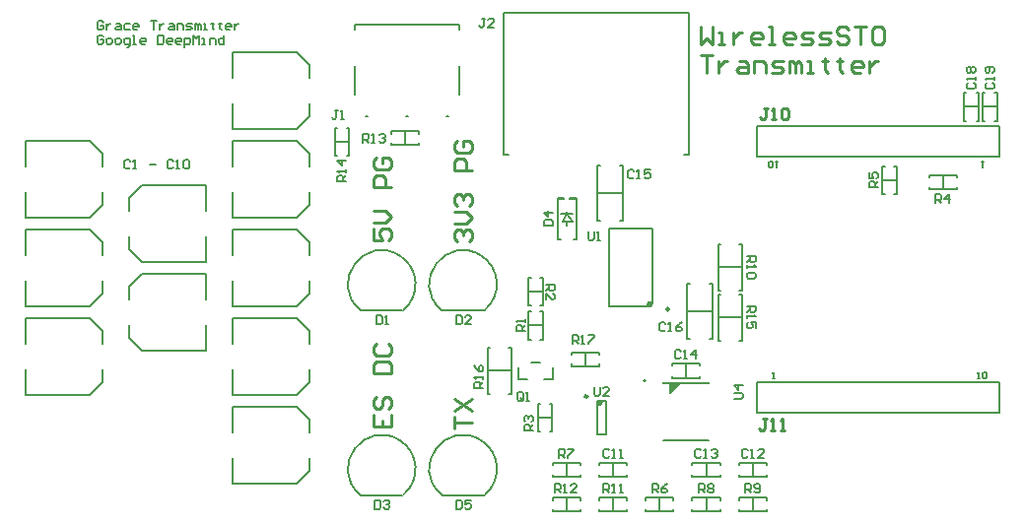
<source format=gto>
G04*
G04 #@! TF.GenerationSoftware,Altium Limited,Altium Designer,24.1.2 (44)*
G04*
G04 Layer_Color=65535*
%FSLAX44Y44*%
%MOMM*%
G71*
G04*
G04 #@! TF.SameCoordinates,9A0184B9-0745-4BA0-A63A-3E559F80E0CB*
G04*
G04*
G04 #@! TF.FilePolarity,Positive*
G04*
G01*
G75*
%ADD10C,0.2000*%
%ADD11C,0.2500*%
%ADD12C,0.1500*%
%ADD13C,0.2540*%
%ADD14C,0.1270*%
%ADD15C,0.1524*%
G36*
X508500Y109500D02*
X513500D01*
Y108000D01*
X510500Y105000D01*
X508500D01*
Y109500D01*
D02*
G37*
G36*
X565530Y123521D02*
X570496D01*
Y116000D01*
Y115695D01*
X570835Y115189D01*
X571397Y114956D01*
X571995Y115075D01*
X572210Y115290D01*
X572210D01*
X580440Y123521D01*
X604475D01*
X604675D01*
X605044Y123674D01*
X605326Y123956D01*
X605479Y124325D01*
Y124525D01*
Y124724D01*
X605326Y125093D01*
X605044Y125375D01*
X604675Y125528D01*
X604475D01*
D01*
X565530D01*
X565114D01*
X564526Y124940D01*
Y124109D01*
X565114Y123521D01*
X565530D01*
D01*
D02*
G37*
G36*
X554500Y191250D02*
X551500Y190500D01*
Y192000D01*
X554500Y195000D01*
X556500D01*
X554500Y191250D01*
D02*
G37*
D10*
X412265Y28522D02*
G03*
X408899Y75498I-18565J22278D01*
G01*
X410424Y74492D02*
G03*
X375265Y28414I-16724J-23692D01*
G01*
X556000Y195000D02*
G03*
X551500Y190500I0J-4500D01*
G01*
X340574Y233242D02*
G03*
X305415Y187164I-16724J-23692D01*
G01*
X342415Y187272D02*
G03*
X339049Y234248I-18565J22278D01*
G01*
X509000Y105000D02*
G03*
X513500Y109500I0J4500D01*
G01*
X550500Y126500D02*
G03*
X550500Y126500I-1000J0D01*
G01*
X412265Y187272D02*
G03*
X408899Y234248I-18565J22278D01*
G01*
X410424Y233242D02*
G03*
X375265Y187164I-16724J-23692D01*
G01*
X342415Y28522D02*
G03*
X339049Y75498I-18565J22278D01*
G01*
X340574Y74492D02*
G03*
X305415Y28414I-16724J-23692D01*
G01*
X646000Y98750D02*
Y125250D01*
Y98750D02*
X854000D01*
Y125250D01*
X646000D02*
X854000D01*
X854000Y318750D02*
Y345250D01*
X646000D02*
X854000D01*
X646000Y318750D02*
Y345250D01*
Y318750D02*
X854000D01*
X300900Y372750D02*
Y397250D01*
X390100Y372750D02*
Y397250D01*
X300700Y432650D02*
X390100D01*
Y428750D02*
Y432650D01*
X300700Y428750D02*
Y432650D01*
X344400Y353650D02*
X345400D01*
X346400D01*
X310100Y353650D02*
X310750D01*
X311500D01*
X380050D02*
X380800D01*
X379400D02*
X380050D01*
X441500Y128000D02*
X448750D01*
X441500D02*
Y138000D01*
X463250Y128000D02*
X470500D01*
Y138000D01*
X452250Y142000D02*
X459750D01*
X375920Y27940D02*
X411480D01*
X519500Y190500D02*
X554250D01*
X556500Y192750D01*
Y257500D01*
X556000Y195000D02*
X556500D01*
X519500Y257500D02*
X556500D01*
X519500Y190500D02*
Y257500D01*
X483000Y260000D02*
Y263000D01*
Y270000D02*
Y272000D01*
X479000Y263000D02*
X488000D01*
X483000Y270000D02*
X488000Y263000D01*
X479000D02*
X483000Y270000D01*
X478000D02*
X488000D01*
X306070Y186690D02*
X341630D01*
X508500Y105000D02*
X509000D01*
X516500Y80500D02*
Y109500D01*
X508500Y80500D02*
Y109500D01*
Y80500D02*
X516500D01*
X508500Y109500D02*
X516500D01*
X571500Y116000D02*
Y124500D01*
Y116000D02*
X580000Y124500D01*
X565530Y124525D02*
X604475D01*
X565525Y75475D02*
X604470D01*
X375920Y186690D02*
X411480D01*
X306070Y27940D02*
X341630D01*
X428300Y320906D02*
Y442481D01*
X587700D01*
Y320906D02*
Y442481D01*
X428300Y320906D02*
X432500D01*
X583499D02*
X587700D01*
X250600Y38200D02*
X261600Y49200D01*
Y60200D01*
X195600Y38200D02*
X250600D01*
X195600D02*
Y60200D01*
X250600Y104200D02*
X261600Y93200D01*
Y82200D02*
Y93200D01*
X195600Y104200D02*
X250600D01*
X195600Y82200D02*
Y104200D01*
X250600Y114400D02*
X261600Y125400D01*
Y136400D01*
X195600Y114400D02*
X250600D01*
X195600D02*
Y136400D01*
X250600Y180400D02*
X261600Y169400D01*
Y158400D02*
Y169400D01*
X195600Y180400D02*
X250600D01*
X195600Y158400D02*
Y180400D01*
X250600Y190600D02*
X261600Y201600D01*
Y212600D01*
X195600Y190600D02*
X250600D01*
X195600D02*
Y212600D01*
X250600Y256600D02*
X261600Y245600D01*
Y234600D02*
Y245600D01*
X195600Y256600D02*
X250600D01*
X195600Y234600D02*
Y256600D01*
X250600Y266800D02*
X261600Y277800D01*
Y288800D01*
X195600Y266800D02*
X250600D01*
X195600D02*
Y288800D01*
X250600Y332800D02*
X261600Y321800D01*
Y310800D02*
Y321800D01*
X195600Y332800D02*
X250600D01*
X195600Y310800D02*
Y332800D01*
X251000Y343000D02*
X262000Y354000D01*
Y365000D01*
X196000Y343000D02*
X251000D01*
X196000D02*
Y365000D01*
X251000Y409000D02*
X262000Y398000D01*
Y387000D02*
Y398000D01*
X196000Y409000D02*
X251000D01*
X196000Y387000D02*
Y409000D01*
X106700Y207500D02*
X117700Y218500D01*
X106700Y196500D02*
Y207500D01*
X117700Y218500D02*
X172700D01*
Y196500D02*
Y218500D01*
X106700Y163500D02*
X117700Y152500D01*
X106700Y163500D02*
Y174500D01*
X117700Y152500D02*
X172700D01*
Y174500D01*
X106700Y283700D02*
X117700Y294700D01*
X106700Y272700D02*
Y283700D01*
X117700Y294700D02*
X172700D01*
Y272700D02*
Y294700D01*
X106700Y239700D02*
X117700Y228700D01*
X106700Y239700D02*
Y250700D01*
X117700Y228700D02*
X172700D01*
Y250700D01*
X72800Y114400D02*
X83800Y125400D01*
Y136400D01*
X17800Y114400D02*
X72800D01*
X17800D02*
Y136400D01*
X72800Y180400D02*
X83800Y169400D01*
Y158400D02*
Y169400D01*
X17800Y180400D02*
X72800D01*
X17800Y158400D02*
Y180400D01*
X73200Y266800D02*
X84200Y277800D01*
Y288800D01*
X18200Y266800D02*
X73200D01*
X18200D02*
Y288800D01*
X73200Y332800D02*
X84200Y321800D01*
Y310800D02*
Y321800D01*
X18200Y332800D02*
X73200D01*
X18200Y310800D02*
Y332800D01*
X73200Y190600D02*
X84200Y201600D01*
Y212600D01*
X18200Y190600D02*
X73200D01*
X18200D02*
Y212600D01*
X73200Y256600D02*
X84200Y245600D01*
Y234600D02*
Y245600D01*
X18200Y256600D02*
X73200D01*
X18200Y234600D02*
Y256600D01*
D11*
X570750Y188000D02*
G03*
X570750Y188000I-1250J0D01*
G01*
X500650Y113100D02*
G03*
X500650Y113100I-1250J0D01*
G01*
D12*
X585750Y186500D02*
X608250D01*
X585750Y162750D02*
X588250D01*
X585750D02*
Y210250D01*
X588250D01*
X605750D02*
X608250D01*
Y162750D02*
Y210250D01*
X605750Y162750D02*
X608250D01*
X613000Y181000D02*
X633000D01*
X631000Y161000D02*
X633000D01*
Y201000D01*
X631000D02*
X633000D01*
X613000D02*
X615000D01*
X613000Y161000D02*
Y201000D01*
Y161000D02*
X615000D01*
X508750Y288000D02*
X531250D01*
X528750Y311750D02*
X531250D01*
Y264250D02*
Y311750D01*
X528750Y264250D02*
X531250D01*
X508750D02*
X511250D01*
X508750D02*
Y311750D01*
X511250D01*
X839750Y362000D02*
X852250D01*
X850500Y374000D02*
X852250D01*
Y350000D02*
Y374000D01*
X850500Y350000D02*
X852250D01*
X839750D02*
X841500D01*
X839750D02*
Y374000D01*
X841500D01*
X823750Y362000D02*
X836250D01*
X834500Y374000D02*
X836250D01*
Y350000D02*
Y374000D01*
X834500Y350000D02*
X836250D01*
X823750D02*
X825500D01*
X823750D02*
Y374000D01*
X825500D01*
X415000Y135000D02*
X435000D01*
X433000Y115000D02*
X435000D01*
Y155000D01*
X433000D02*
X435000D01*
X415000D02*
X417000D01*
X415000Y115000D02*
Y155000D01*
Y115000D02*
X417000D01*
X499000Y139000D02*
Y151000D01*
X511000Y149000D02*
Y151000D01*
X487000D02*
X511000D01*
X487000Y149000D02*
Y151000D01*
Y139000D02*
Y141000D01*
Y139000D02*
X511000D01*
Y141000D01*
X613000Y224000D02*
X633000D01*
X631000Y204000D02*
X633000D01*
Y244000D01*
X631000D02*
X633000D01*
X613000D02*
X615000D01*
X613000Y204000D02*
Y244000D01*
Y204000D02*
X615000D01*
X475000Y283780D02*
X480460D01*
Y282510D02*
Y283780D01*
X476270Y282510D02*
X480460D01*
X475000Y248220D02*
X477750D01*
X475000D02*
Y283780D01*
X476270Y282510D01*
X485540Y283780D02*
X491000D01*
X485540Y282510D02*
Y283780D01*
Y282510D02*
X489730D01*
X488250Y248220D02*
X491000D01*
Y283780D01*
X489730Y282510D02*
X491000Y283780D01*
X283560Y331820D02*
X295560D01*
X293560Y319820D02*
X295560D01*
Y343820D01*
X293560D02*
X295560D01*
X283560D02*
X285560D01*
X283560Y319820D02*
Y343820D01*
Y319820D02*
X285560D01*
X344000Y329000D02*
Y341000D01*
X332000Y329000D02*
Y331000D01*
Y329000D02*
X356000D01*
Y331000D01*
Y339000D02*
Y341000D01*
X332000D02*
X356000D01*
X332000Y339000D02*
Y341000D01*
X573000Y128750D02*
Y130500D01*
Y128750D02*
X597000D01*
Y130500D01*
Y139500D02*
Y141250D01*
X573000D02*
X597000D01*
X573000Y139500D02*
Y141250D01*
X585000Y128750D02*
Y141250D01*
X590500Y43750D02*
Y45500D01*
Y43750D02*
X614500D01*
Y45500D01*
Y54500D02*
Y56250D01*
X590500D02*
X614500D01*
X590500Y54500D02*
Y56250D01*
X602500Y43750D02*
Y56250D01*
X642500Y14000D02*
Y26000D01*
X654500Y24000D02*
Y26000D01*
X630500D02*
X654500D01*
X630500Y24000D02*
Y26000D01*
Y14000D02*
Y16000D01*
Y14000D02*
X654500D01*
Y16000D01*
X630500Y43750D02*
Y45500D01*
Y43750D02*
X654500D01*
Y45500D01*
Y54500D02*
Y56250D01*
X630500D02*
X654500D01*
X630500Y54500D02*
Y56250D01*
X642500Y43750D02*
Y56250D01*
X764000Y311000D02*
X766000D01*
Y287000D02*
Y311000D01*
X764000Y287000D02*
X766000D01*
X754000D02*
X756000D01*
X754000D02*
Y311000D01*
X756000D01*
X754000Y299000D02*
X766000D01*
X794000Y301000D02*
Y303000D01*
X818000D01*
Y301000D02*
Y303000D01*
Y291000D02*
Y293000D01*
X794000Y291000D02*
X818000D01*
X794000D02*
Y293000D01*
X806000Y291000D02*
Y303000D01*
X522500Y14000D02*
Y26000D01*
X534500Y24000D02*
Y26000D01*
X510500D02*
X534500D01*
X510500Y24000D02*
Y26000D01*
Y14000D02*
Y16000D01*
Y14000D02*
X534500D01*
Y16000D01*
X482500Y44000D02*
Y56000D01*
X494500Y54000D02*
Y56000D01*
X470500D02*
X494500D01*
X470500Y54000D02*
Y56000D01*
Y44000D02*
Y46000D01*
Y44000D02*
X494500D01*
Y46000D01*
X482500Y14000D02*
Y26000D01*
X494500Y24000D02*
Y26000D01*
X470500D02*
X494500D01*
X470500Y24000D02*
Y26000D01*
Y14000D02*
Y16000D01*
Y14000D02*
X494500D01*
Y16000D01*
X534500Y54500D02*
Y56250D01*
X510500D02*
X534500D01*
X510500Y54500D02*
Y56250D01*
Y43750D02*
Y45500D01*
Y43750D02*
X534500D01*
Y45500D01*
X522500Y43750D02*
Y56250D01*
X590500Y24000D02*
Y26000D01*
X614500D01*
Y24000D02*
Y26000D01*
Y14000D02*
Y16000D01*
X590500Y14000D02*
X614500D01*
X590500D02*
Y16000D01*
X602500Y14000D02*
Y26000D01*
X574500Y14000D02*
Y16000D01*
X550500Y14000D02*
X574500D01*
X550500D02*
Y16000D01*
Y24000D02*
Y26000D01*
X574500D01*
Y24000D02*
Y26000D01*
X562500Y14000D02*
Y26000D01*
X460000Y215000D02*
X462000D01*
Y191000D02*
Y215000D01*
X460000Y191000D02*
X462000D01*
X450000D02*
X452000D01*
X450000D02*
Y215000D01*
X452000D01*
X450000Y203000D02*
X462000D01*
X460000Y186000D02*
X462000D01*
Y162000D02*
Y186000D01*
X460000Y162000D02*
X462000D01*
X450000D02*
X452000D01*
X450000D02*
Y186000D01*
X452000D01*
X450000Y174000D02*
X462000D01*
X458000Y83000D02*
X460000D01*
X458000D02*
Y107000D01*
X460000D01*
X468000D02*
X470000D01*
Y83000D02*
Y107000D01*
X468000Y83000D02*
X470000D01*
X458000Y95000D02*
X470000D01*
D13*
X597540Y430807D02*
Y415572D01*
X602618Y420650D01*
X607697Y415572D01*
Y430807D01*
X612775Y415572D02*
X617853D01*
X615314D01*
Y425728D01*
X612775D01*
X625471D02*
Y415572D01*
Y420650D01*
X628010Y423189D01*
X630549Y425728D01*
X633088D01*
X648324Y415572D02*
X643245D01*
X640706Y418111D01*
Y423189D01*
X643245Y425728D01*
X648324D01*
X650863Y423189D01*
Y420650D01*
X640706D01*
X655941Y415572D02*
X661020D01*
X658480D01*
Y430807D01*
X655941D01*
X676255Y415572D02*
X671176D01*
X668637Y418111D01*
Y423189D01*
X671176Y425728D01*
X676255D01*
X678794Y423189D01*
Y420650D01*
X668637D01*
X683872Y415572D02*
X691490D01*
X694029Y418111D01*
X691490Y420650D01*
X686411D01*
X683872Y423189D01*
X686411Y425728D01*
X694029D01*
X699107Y415572D02*
X706725D01*
X709264Y418111D01*
X706725Y420650D01*
X701646D01*
X699107Y423189D01*
X701646Y425728D01*
X709264D01*
X724499Y428267D02*
X721960Y430807D01*
X716881D01*
X714342Y428267D01*
Y425728D01*
X716881Y423189D01*
X721960D01*
X724499Y420650D01*
Y418111D01*
X721960Y415572D01*
X716881D01*
X714342Y418111D01*
X729577Y430807D02*
X739734D01*
X734656D01*
Y415572D01*
X752430Y430807D02*
X747352D01*
X744812Y428267D01*
Y418111D01*
X747352Y415572D01*
X752430D01*
X754969Y418111D01*
Y428267D01*
X752430Y430807D01*
X597540Y406428D02*
X607697D01*
X602618D01*
Y391193D01*
X612775Y401350D02*
Y391193D01*
Y396272D01*
X615314Y398811D01*
X617853Y401350D01*
X620393D01*
X630549D02*
X635628D01*
X638167Y398811D01*
Y391193D01*
X630549D01*
X628010Y393733D01*
X630549Y396272D01*
X638167D01*
X643245Y391193D02*
Y401350D01*
X650863D01*
X653402Y398811D01*
Y391193D01*
X658480D02*
X666098D01*
X668637Y393733D01*
X666098Y396272D01*
X661020D01*
X658480Y398811D01*
X661020Y401350D01*
X668637D01*
X673715Y391193D02*
Y401350D01*
X676255D01*
X678794Y398811D01*
Y391193D01*
Y398811D01*
X681333Y401350D01*
X683872Y398811D01*
Y391193D01*
X688950D02*
X694029D01*
X691490D01*
Y401350D01*
X688950D01*
X704185Y403889D02*
Y401350D01*
X701646D01*
X706725D01*
X704185D01*
Y393733D01*
X706725Y391193D01*
X716881Y403889D02*
Y401350D01*
X714342D01*
X719421D01*
X716881D01*
Y393733D01*
X719421Y391193D01*
X734656D02*
X729577D01*
X727038Y393733D01*
Y398811D01*
X729577Y401350D01*
X734656D01*
X737195Y398811D01*
Y396272D01*
X727038D01*
X742273Y401350D02*
Y391193D01*
Y396272D01*
X744812Y398811D01*
X747352Y401350D01*
X749891D01*
X316383Y97697D02*
Y87540D01*
X331618D01*
Y97697D01*
X324000Y87540D02*
Y92618D01*
X318922Y112932D02*
X316383Y110393D01*
Y105314D01*
X318922Y102775D01*
X321461D01*
X324000Y105314D01*
Y110393D01*
X326539Y112932D01*
X329078D01*
X331618Y110393D01*
Y105314D01*
X329078Y102775D01*
X316383Y133245D02*
X331618D01*
Y140863D01*
X329078Y143402D01*
X318922D01*
X316383Y140863D01*
Y133245D01*
X318922Y158637D02*
X316383Y156098D01*
Y151019D01*
X318922Y148480D01*
X329078D01*
X331618Y151019D01*
Y156098D01*
X329078Y158637D01*
X386082Y85090D02*
Y95247D01*
Y90168D01*
X401317D01*
X386082Y100325D02*
X401317Y110482D01*
X386082D02*
X401317Y100325D01*
X388922Y246540D02*
X386382Y249079D01*
Y254158D01*
X388922Y256697D01*
X391461D01*
X394000Y254158D01*
Y251618D01*
Y254158D01*
X396539Y256697D01*
X399078D01*
X401618Y254158D01*
Y249079D01*
X399078Y246540D01*
X386382Y261775D02*
X396539D01*
X401618Y266853D01*
X396539Y271932D01*
X386382D01*
X388922Y277010D02*
X386382Y279549D01*
Y284628D01*
X388922Y287167D01*
X391461D01*
X394000Y284628D01*
Y282089D01*
Y284628D01*
X396539Y287167D01*
X399078D01*
X401618Y284628D01*
Y279549D01*
X399078Y277010D01*
X401618Y307480D02*
X386382D01*
Y315098D01*
X388922Y317637D01*
X394000D01*
X396539Y315098D01*
Y307480D01*
X388922Y332872D02*
X386382Y330333D01*
Y325255D01*
X388922Y322715D01*
X399078D01*
X401618Y325255D01*
Y330333D01*
X399078Y332872D01*
X394000D01*
Y327794D01*
X316383Y257697D02*
Y247540D01*
X324000D01*
X321461Y252618D01*
Y255158D01*
X324000Y257697D01*
X329078D01*
X331618Y255158D01*
Y250079D01*
X329078Y247540D01*
X316383Y262775D02*
X326539D01*
X331618Y267853D01*
X326539Y272932D01*
X316383D01*
X331618Y293245D02*
X316383D01*
Y300863D01*
X318922Y303402D01*
X324000D01*
X326539Y300863D01*
Y293245D01*
X318922Y318637D02*
X316383Y316098D01*
Y311019D01*
X318922Y308480D01*
X329078D01*
X331618Y311019D01*
Y316098D01*
X329078Y318637D01*
X324000D01*
Y313559D01*
X654835Y93998D02*
X651502D01*
X653169D01*
Y85668D01*
X651502Y84002D01*
X649836D01*
X648170Y85668D01*
X658167Y84002D02*
X661499D01*
X659833D01*
Y93998D01*
X658167Y92332D01*
X666498Y84002D02*
X669830D01*
X668164D01*
Y93998D01*
X666498Y92332D01*
X655169Y360998D02*
X651836D01*
X653502D01*
Y352668D01*
X651836Y351002D01*
X650170D01*
X648504Y352668D01*
X658501Y351002D02*
X661833D01*
X660167D01*
Y360998D01*
X658501Y359332D01*
X666832D02*
X668498Y360998D01*
X671830D01*
X673496Y359332D01*
Y352668D01*
X671830Y351002D01*
X668498D01*
X666832Y352668D01*
Y359332D01*
D14*
X84348Y434460D02*
X83079Y435730D01*
X80540D01*
X79270Y434460D01*
Y429382D01*
X80540Y428112D01*
X83079D01*
X84348Y429382D01*
Y431921D01*
X81809D01*
X86888Y433191D02*
Y428112D01*
Y430652D01*
X88157Y431921D01*
X89427Y433191D01*
X90696D01*
X95775D02*
X98314D01*
X99583Y431921D01*
Y428112D01*
X95775D01*
X94505Y429382D01*
X95775Y430652D01*
X99583D01*
X107201Y433191D02*
X103392D01*
X102123Y431921D01*
Y429382D01*
X103392Y428112D01*
X107201D01*
X113549D02*
X111010D01*
X109740Y429382D01*
Y431921D01*
X111010Y433191D01*
X113549D01*
X114818Y431921D01*
Y430652D01*
X109740D01*
X124975Y435730D02*
X130054D01*
X127514D01*
Y428112D01*
X132593Y433191D02*
Y428112D01*
Y430652D01*
X133862Y431921D01*
X135132Y433191D01*
X136402D01*
X141480D02*
X144019D01*
X145289Y431921D01*
Y428112D01*
X141480D01*
X140210Y429382D01*
X141480Y430652D01*
X145289D01*
X147828Y428112D02*
Y433191D01*
X151637D01*
X152906Y431921D01*
Y428112D01*
X155445D02*
X159254D01*
X160524Y429382D01*
X159254Y430652D01*
X156715D01*
X155445Y431921D01*
X156715Y433191D01*
X160524D01*
X163063Y428112D02*
Y433191D01*
X164333D01*
X165602Y431921D01*
Y428112D01*
Y431921D01*
X166872Y433191D01*
X168141Y431921D01*
Y428112D01*
X170680D02*
X173220D01*
X171950D01*
Y433191D01*
X170680D01*
X178298Y434460D02*
Y433191D01*
X177028D01*
X179568D01*
X178298D01*
Y429382D01*
X179568Y428112D01*
X184646Y434460D02*
Y433191D01*
X183376D01*
X185916D01*
X184646D01*
Y429382D01*
X185916Y428112D01*
X193533D02*
X190994D01*
X189724Y429382D01*
Y431921D01*
X190994Y433191D01*
X193533D01*
X194803Y431921D01*
Y430652D01*
X189724D01*
X197342Y433191D02*
Y428112D01*
Y430652D01*
X198611Y431921D01*
X199881Y433191D01*
X201151D01*
X84348Y422271D02*
X83079Y423541D01*
X80540D01*
X79270Y422271D01*
Y417193D01*
X80540Y415923D01*
X83079D01*
X84348Y417193D01*
Y419732D01*
X81809D01*
X88157Y415923D02*
X90696D01*
X91966Y417193D01*
Y419732D01*
X90696Y421002D01*
X88157D01*
X86888Y419732D01*
Y417193D01*
X88157Y415923D01*
X95775D02*
X98314D01*
X99583Y417193D01*
Y419732D01*
X98314Y421002D01*
X95775D01*
X94505Y419732D01*
Y417193D01*
X95775Y415923D01*
X104662Y413384D02*
X105931D01*
X107201Y414654D01*
Y421002D01*
X103392D01*
X102123Y419732D01*
Y417193D01*
X103392Y415923D01*
X107201D01*
X109740D02*
X112279D01*
X111010D01*
Y423541D01*
X109740D01*
X119897Y415923D02*
X117358D01*
X116088Y417193D01*
Y419732D01*
X117358Y421002D01*
X119897D01*
X121166Y419732D01*
Y418463D01*
X116088D01*
X131323Y423541D02*
Y415923D01*
X135132D01*
X136402Y417193D01*
Y422271D01*
X135132Y423541D01*
X131323D01*
X142750Y415923D02*
X140210D01*
X138941Y417193D01*
Y419732D01*
X140210Y421002D01*
X142750D01*
X144019Y419732D01*
Y418463D01*
X138941D01*
X150367Y415923D02*
X147828D01*
X146558Y417193D01*
Y419732D01*
X147828Y421002D01*
X150367D01*
X151637Y419732D01*
Y418463D01*
X146558D01*
X154176Y413384D02*
Y421002D01*
X157985D01*
X159254Y419732D01*
Y417193D01*
X157985Y415923D01*
X154176D01*
X161793D02*
Y423541D01*
X164333Y421002D01*
X166872Y423541D01*
Y415923D01*
X169411D02*
X171950D01*
X170680D01*
Y421002D01*
X169411D01*
X175759Y415923D02*
Y421002D01*
X179568D01*
X180837Y419732D01*
Y415923D01*
X188455Y423541D02*
Y415923D01*
X184646D01*
X183376Y417193D01*
Y419732D01*
X184646Y421002D01*
X188455D01*
X107948Y314960D02*
X106679Y316230D01*
X104140D01*
X102870Y314960D01*
Y309882D01*
X104140Y308612D01*
X106679D01*
X107948Y309882D01*
X110487Y308612D02*
X113027D01*
X111757D01*
Y316230D01*
X110487Y314960D01*
X124453Y312421D02*
X129531D01*
X144766Y314960D02*
X143497Y316230D01*
X140958D01*
X139688Y314960D01*
Y309882D01*
X140958Y308612D01*
X143497D01*
X144766Y309882D01*
X147306Y308612D02*
X149845D01*
X148575D01*
Y316230D01*
X147306Y314960D01*
X153654D02*
X154923Y316230D01*
X157462D01*
X158732Y314960D01*
Y309882D01*
X157462Y308612D01*
X154923D01*
X153654Y309882D01*
Y314960D01*
X487426Y157988D02*
Y165606D01*
X491235D01*
X492504Y164336D01*
Y161797D01*
X491235Y160527D01*
X487426D01*
X489965D02*
X492504Y157988D01*
X495043D02*
X497583D01*
X496313D01*
Y165606D01*
X495043Y164336D01*
X501391Y165606D02*
X506470D01*
Y164336D01*
X501391Y159258D01*
Y157988D01*
X410809Y120478D02*
X403191D01*
Y124287D01*
X404461Y125556D01*
X407000D01*
X408270Y124287D01*
Y120478D01*
Y123017D02*
X410809Y125556D01*
Y128096D02*
Y130635D01*
Y129365D01*
X403191D01*
X404461Y128096D01*
X403191Y139522D02*
X404461Y136983D01*
X407000Y134444D01*
X409539D01*
X410809Y135713D01*
Y138252D01*
X409539Y139522D01*
X408270D01*
X407000Y138252D01*
Y134444D01*
X637191Y190522D02*
X644809D01*
Y186713D01*
X643539Y185443D01*
X641000D01*
X639730Y186713D01*
Y190522D01*
Y187983D02*
X637191Y185443D01*
Y182904D02*
Y180365D01*
Y181635D01*
X644809D01*
X643539Y182904D01*
X644809Y171478D02*
Y176556D01*
X641000D01*
X642270Y174017D01*
Y172748D01*
X641000Y171478D01*
X638461D01*
X637191Y172748D01*
Y175287D01*
X638461Y176556D01*
X445000Y110461D02*
Y115539D01*
X443730Y116809D01*
X441191D01*
X439922Y115539D01*
Y110461D01*
X441191Y109191D01*
X443730D01*
X442461Y111730D02*
X445000Y109191D01*
X443730D02*
X445000Y110461D01*
X447539Y109191D02*
X450078D01*
X448809D01*
Y116809D01*
X447539Y115539D01*
X387652Y23809D02*
Y16191D01*
X391461D01*
X392730Y17461D01*
Y22539D01*
X391461Y23809D01*
X387652D01*
X400348D02*
X395270D01*
Y20000D01*
X397809Y21270D01*
X399078D01*
X400348Y20000D01*
Y17461D01*
X399078Y16191D01*
X396539D01*
X395270Y17461D01*
X843461Y382556D02*
X842191Y381287D01*
Y378748D01*
X843461Y377478D01*
X848539D01*
X849809Y378748D01*
Y381287D01*
X848539Y382556D01*
X849809Y385096D02*
Y387635D01*
Y386365D01*
X842191D01*
X843461Y385096D01*
X848539Y391444D02*
X849809Y392713D01*
Y395252D01*
X848539Y396522D01*
X843461D01*
X842191Y395252D01*
Y392713D01*
X843461Y391444D01*
X844730D01*
X846000Y392713D01*
Y396522D01*
X827461Y382556D02*
X826191Y381287D01*
Y378748D01*
X827461Y377478D01*
X832539D01*
X833809Y378748D01*
Y381287D01*
X832539Y382556D01*
X833809Y385096D02*
Y387635D01*
Y386365D01*
X826191D01*
X827461Y385096D01*
Y391444D02*
X826191Y392713D01*
Y395252D01*
X827461Y396522D01*
X828730D01*
X830000Y395252D01*
X831270Y396522D01*
X832539D01*
X833809Y395252D01*
Y392713D01*
X832539Y391444D01*
X831270D01*
X830000Y392713D01*
X828730Y391444D01*
X827461D01*
X830000Y392713D02*
Y395252D01*
X567556Y175539D02*
X566287Y176809D01*
X563748D01*
X562478Y175539D01*
Y170461D01*
X563748Y169191D01*
X566287D01*
X567556Y170461D01*
X570096Y169191D02*
X572635D01*
X571365D01*
Y176809D01*
X570096Y175539D01*
X581522Y176809D02*
X578983Y175539D01*
X576444Y173000D01*
Y170461D01*
X577713Y169191D01*
X580252D01*
X581522Y170461D01*
Y171730D01*
X580252Y173000D01*
X576444D01*
X540556Y306539D02*
X539287Y307809D01*
X536748D01*
X535478Y306539D01*
Y301461D01*
X536748Y300191D01*
X539287D01*
X540556Y301461D01*
X543096Y300191D02*
X545635D01*
X544365D01*
Y307809D01*
X543096Y306539D01*
X554522Y307809D02*
X549444D01*
Y304000D01*
X551983Y305270D01*
X553252D01*
X554522Y304000D01*
Y301461D01*
X553252Y300191D01*
X550713D01*
X549444Y301461D01*
X293369Y297818D02*
X285751D01*
Y301627D01*
X287021Y302896D01*
X289560D01*
X290830Y301627D01*
Y297818D01*
Y300357D02*
X293369Y302896D01*
Y305436D02*
Y307975D01*
Y306705D01*
X285751D01*
X287021Y305436D01*
X293369Y315592D02*
X285751D01*
X289560Y311784D01*
Y316862D01*
X307458Y331191D02*
Y338809D01*
X311267D01*
X312537Y337539D01*
Y335000D01*
X311267Y333730D01*
X307458D01*
X309997D02*
X312537Y331191D01*
X315076D02*
X317615D01*
X316345D01*
Y338809D01*
X315076Y337539D01*
X321424D02*
X322693Y338809D01*
X325232D01*
X326502Y337539D01*
Y336270D01*
X325232Y335000D01*
X323963D01*
X325232D01*
X326502Y333730D01*
Y332461D01*
X325232Y331191D01*
X322693D01*
X321424Y332461D01*
X500922Y254809D02*
Y248461D01*
X502191Y247191D01*
X504730D01*
X506000Y248461D01*
Y254809D01*
X508539Y247191D02*
X511078D01*
X509809D01*
Y254809D01*
X508539Y253539D01*
X463191Y259652D02*
X470809D01*
Y263461D01*
X469539Y264730D01*
X464461D01*
X463191Y263461D01*
Y259652D01*
X470809Y271078D02*
X463191D01*
X467000Y267270D01*
Y272348D01*
X317652Y23809D02*
Y16191D01*
X321461D01*
X322730Y17461D01*
Y22539D01*
X321461Y23809D01*
X317652D01*
X325270Y22539D02*
X326539Y23809D01*
X329078D01*
X330348Y22539D01*
Y21270D01*
X329078Y20000D01*
X327809D01*
X329078D01*
X330348Y18730D01*
Y17461D01*
X329078Y16191D01*
X326539D01*
X325270Y17461D01*
X387652Y182809D02*
Y175191D01*
X391461D01*
X392730Y176461D01*
Y181539D01*
X391461Y182809D01*
X387652D01*
X400348Y175191D02*
X395270D01*
X400348Y180270D01*
Y181539D01*
X399078Y182809D01*
X396539D01*
X395270Y181539D01*
X318922Y182809D02*
Y175191D01*
X322730D01*
X324000Y176461D01*
Y181539D01*
X322730Y182809D01*
X318922D01*
X326539Y175191D02*
X329078D01*
X327809D01*
Y182809D01*
X326539Y181539D01*
X637191Y233522D02*
X644809D01*
Y229713D01*
X643539Y228444D01*
X641000D01*
X639730Y229713D01*
Y233522D01*
Y230983D02*
X637191Y228444D01*
Y225904D02*
Y223365D01*
Y224635D01*
X644809D01*
X643539Y225904D01*
Y219556D02*
X644809Y218287D01*
Y215748D01*
X643539Y214478D01*
X638461D01*
X637191Y215748D01*
Y218287D01*
X638461Y219556D01*
X643539D01*
X453809Y83652D02*
X446191D01*
Y87461D01*
X447461Y88730D01*
X450000D01*
X451270Y87461D01*
Y83652D01*
Y86191D02*
X453809Y88730D01*
X447461Y91270D02*
X446191Y92539D01*
Y95078D01*
X447461Y96348D01*
X448730D01*
X450000Y95078D01*
Y93809D01*
Y95078D01*
X451270Y96348D01*
X452539D01*
X453809Y95078D01*
Y92539D01*
X452539Y91270D01*
X412480Y437789D02*
X409941D01*
X411211D01*
Y431441D01*
X409941Y430171D01*
X408672D01*
X407402Y431441D01*
X420098Y430171D02*
X415020D01*
X420098Y435250D01*
Y436519D01*
X418828Y437789D01*
X416289D01*
X415020Y436519D01*
X506152Y121309D02*
Y114961D01*
X507422Y113691D01*
X509961D01*
X511230Y114961D01*
Y121309D01*
X518848Y113691D02*
X513770D01*
X518848Y118770D01*
Y120039D01*
X517578Y121309D01*
X515039D01*
X513770Y120039D01*
X626191Y111152D02*
X632539D01*
X633809Y112422D01*
Y114961D01*
X632539Y116230D01*
X626191D01*
X633809Y122578D02*
X626191D01*
X630000Y118770D01*
Y123848D01*
X472478Y30270D02*
Y37887D01*
X476287D01*
X477556Y36618D01*
Y34079D01*
X476287Y32809D01*
X472478D01*
X475017D02*
X477556Y30270D01*
X480096D02*
X482635D01*
X481365D01*
Y37887D01*
X480096Y36618D01*
X491522Y30270D02*
X486444D01*
X491522Y35348D01*
Y36618D01*
X490252Y37887D01*
X487713D01*
X486444Y36618D01*
X476152Y60270D02*
Y67888D01*
X479961D01*
X481230Y66618D01*
Y64079D01*
X479961Y62809D01*
X476152D01*
X478691D02*
X481230Y60270D01*
X483769Y67888D02*
X488848D01*
Y66618D01*
X483769Y61540D01*
Y60270D01*
X464891Y208998D02*
X472509D01*
Y205189D01*
X471239Y203920D01*
X468700D01*
X467430Y205189D01*
Y208998D01*
Y206459D02*
X464891Y203920D01*
Y196302D02*
Y201380D01*
X469970Y196302D01*
X471239D01*
X472509Y197572D01*
Y200111D01*
X471239Y201380D01*
X514248Y30270D02*
Y37888D01*
X518056D01*
X519326Y36618D01*
Y34079D01*
X518056Y32809D01*
X514248D01*
X516787D02*
X519326Y30270D01*
X521865D02*
X524404D01*
X523135D01*
Y37888D01*
X521865Y36618D01*
X528213Y30270D02*
X530752D01*
X529483D01*
Y37888D01*
X528213Y36618D01*
X636152Y30270D02*
Y37888D01*
X639961D01*
X641230Y36618D01*
Y34079D01*
X639961Y32809D01*
X636152D01*
X638691D02*
X641230Y30270D01*
X643770Y31540D02*
X645039Y30270D01*
X647578D01*
X648848Y31540D01*
Y36618D01*
X647578Y37888D01*
X645039D01*
X643770Y36618D01*
Y35348D01*
X645039Y34079D01*
X648848D01*
X596152Y30270D02*
Y37888D01*
X599961D01*
X601230Y36618D01*
Y34079D01*
X599961Y32809D01*
X596152D01*
X598691D02*
X601230Y30270D01*
X603770Y36618D02*
X605039Y37888D01*
X607578D01*
X608848Y36618D01*
Y35348D01*
X607578Y34079D01*
X608848Y32809D01*
Y31540D01*
X607578Y30270D01*
X605039D01*
X603770Y31540D01*
Y32809D01*
X605039Y34079D01*
X603770Y35348D01*
Y36618D01*
X605039Y34079D02*
X607578D01*
X749809Y292652D02*
X742191D01*
Y296461D01*
X743461Y297730D01*
X746000D01*
X747270Y296461D01*
Y292652D01*
Y295191D02*
X749809Y297730D01*
X742191Y305348D02*
Y300270D01*
X746000D01*
X744730Y302809D01*
Y304078D01*
X746000Y305348D01*
X748539D01*
X749809Y304078D01*
Y301539D01*
X748539Y300270D01*
X556152Y30270D02*
Y37888D01*
X559961D01*
X561230Y36618D01*
Y34079D01*
X559961Y32809D01*
X556152D01*
X558691D02*
X561230Y30270D01*
X568848Y37888D02*
X566309Y36618D01*
X563770Y34079D01*
Y31540D01*
X565039Y30270D01*
X567578D01*
X568848Y31540D01*
Y32809D01*
X567578Y34079D01*
X563770D01*
X447109Y168922D02*
X439491D01*
Y172730D01*
X440761Y174000D01*
X443300D01*
X444570Y172730D01*
Y168922D01*
Y171461D02*
X447109Y174000D01*
Y176539D02*
Y179078D01*
Y177809D01*
X439491D01*
X440761Y176539D01*
X799652Y279191D02*
Y286809D01*
X803461D01*
X804730Y285539D01*
Y283000D01*
X803461Y281730D01*
X799652D01*
X802191D02*
X804730Y279191D01*
X811078D02*
Y286809D01*
X807270Y283000D01*
X812348D01*
X286150Y359209D02*
X283611D01*
X284880D01*
Y352861D01*
X283611Y351591D01*
X282341D01*
X281072Y352861D01*
X288689Y351591D02*
X291228D01*
X289959D01*
Y359209D01*
X288689Y357939D01*
X580556Y151618D02*
X579287Y152887D01*
X576748D01*
X575478Y151618D01*
Y146540D01*
X576748Y145270D01*
X579287D01*
X580556Y146540D01*
X583096Y145270D02*
X585635D01*
X584365D01*
Y152887D01*
X583096Y151618D01*
X593252Y145270D02*
Y152887D01*
X589444Y149079D01*
X594522D01*
X638056Y66618D02*
X636787Y67888D01*
X634248D01*
X632978Y66618D01*
Y61540D01*
X634248Y60270D01*
X636787D01*
X638056Y61540D01*
X640596Y60270D02*
X643135D01*
X641865D01*
Y67888D01*
X640596Y66618D01*
X652022Y60270D02*
X646944D01*
X652022Y65348D01*
Y66618D01*
X650752Y67888D01*
X648213D01*
X646944Y66618D01*
X598056Y66618D02*
X596787Y67888D01*
X594248D01*
X592978Y66618D01*
Y61540D01*
X594248Y60270D01*
X596787D01*
X598056Y61540D01*
X600596Y60270D02*
X603135D01*
X601865D01*
Y67888D01*
X600596Y66618D01*
X606944D02*
X608213Y67888D01*
X610752D01*
X612022Y66618D01*
Y65348D01*
X610752Y64079D01*
X609483D01*
X610752D01*
X612022Y62809D01*
Y61540D01*
X610752Y60270D01*
X608213D01*
X606944Y61540D01*
X519326Y66618D02*
X518056Y67888D01*
X515517D01*
X514248Y66618D01*
Y61540D01*
X515517Y60270D01*
X518056D01*
X519326Y61540D01*
X521865Y60270D02*
X524404D01*
X523135D01*
Y67888D01*
X521865Y66618D01*
X528213Y60270D02*
X530752D01*
X529483D01*
Y67888D01*
X528213Y66618D01*
D15*
X660000Y129000D02*
X661666D01*
X660833D01*
Y133998D01*
X660000Y133165D01*
X836000Y129000D02*
X837666D01*
X836833D01*
Y133998D01*
X836000Y133165D01*
X840165D02*
X840998Y133998D01*
X842664D01*
X843498Y133165D01*
Y129833D01*
X842664Y129000D01*
X840998D01*
X840165Y129833D01*
Y133165D01*
X841000Y315000D02*
X839334D01*
X840167D01*
Y310002D01*
X841000Y310835D01*
X664000Y315000D02*
X662334D01*
X663167D01*
Y310002D01*
X664000Y310835D01*
X659835D02*
X659002Y310002D01*
X657336D01*
X656502Y310835D01*
Y314167D01*
X657336Y315000D01*
X659002D01*
X659835Y314167D01*
Y310835D01*
M02*

</source>
